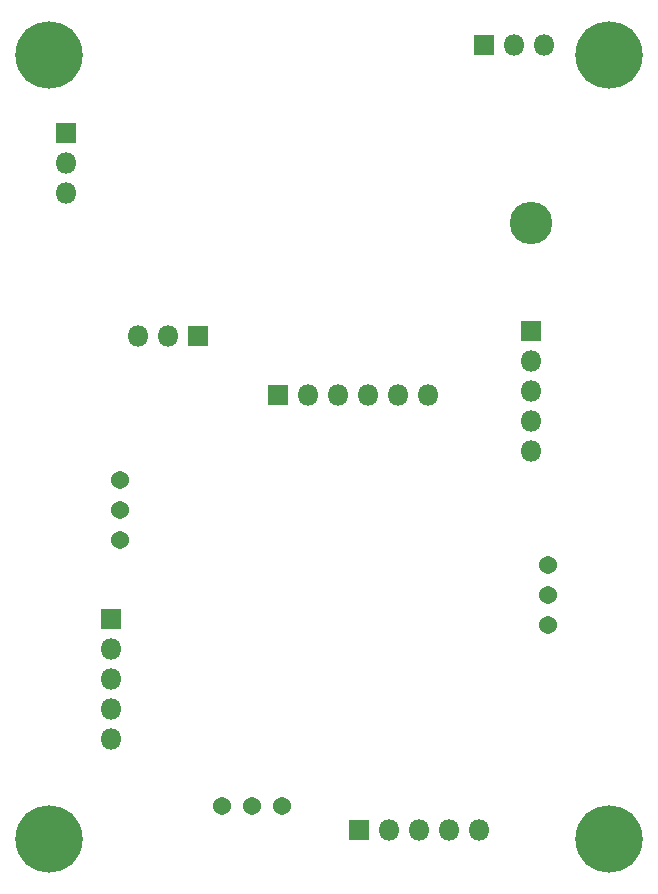
<source format=gbs>
%TF.GenerationSoftware,KiCad,Pcbnew,5.1.6-c6e7f7d~87~ubuntu20.04.1*%
%TF.CreationDate,2020-11-07T15:56:43+00:00*%
%TF.ProjectId,ssi2130_vco,73736932-3133-4305-9f76-636f2e6b6963,1.1*%
%TF.SameCoordinates,Original*%
%TF.FileFunction,Soldermask,Bot*%
%TF.FilePolarity,Negative*%
%FSLAX46Y46*%
G04 Gerber Fmt 4.6, Leading zero omitted, Abs format (unit mm)*
G04 Created by KiCad (PCBNEW 5.1.6-c6e7f7d~87~ubuntu20.04.1) date 2020-11-07 15:56:43*
%MOMM*%
%LPD*%
G01*
G04 APERTURE LIST*
%ADD10C,5.700000*%
%ADD11R,1.800000X1.800000*%
%ADD12O,1.800000X1.800000*%
%ADD13C,1.540000*%
%ADD14C,3.600120*%
G04 APERTURE END LIST*
D10*
%TO.C,REF\u002A\u002A*%
X97200000Y-126400000D03*
%TD*%
%TO.C,REF\u002A\u002A*%
X144600000Y-126400000D03*
%TD*%
%TO.C,REF\u002A\u002A*%
X144600000Y-60000000D03*
%TD*%
%TO.C,REF\u002A\u002A*%
X97200000Y-60000000D03*
%TD*%
D11*
%TO.C,J2*%
X102400000Y-107800000D03*
D12*
X102400000Y-110340000D03*
X102400000Y-112880000D03*
X102400000Y-115420000D03*
X102400000Y-117960000D03*
%TD*%
D11*
%TO.C,J3*%
X123400000Y-125600000D03*
D12*
X125940000Y-125600000D03*
X128480000Y-125600000D03*
X131020000Y-125600000D03*
X133560000Y-125600000D03*
%TD*%
%TO.C,J4*%
X138000000Y-93560000D03*
X138000000Y-91020000D03*
X138000000Y-88480000D03*
X138000000Y-85940000D03*
D11*
X138000000Y-83400000D03*
%TD*%
D12*
%TO.C,J5*%
X129300000Y-88800000D03*
X126760000Y-88800000D03*
X124220000Y-88800000D03*
X121680000Y-88800000D03*
X119140000Y-88800000D03*
D11*
X116600000Y-88800000D03*
%TD*%
%TO.C,J1*%
X98600000Y-66600000D03*
D12*
X98600000Y-69140000D03*
X98600000Y-71680000D03*
%TD*%
%TO.C,J6*%
X139080000Y-59200000D03*
X136540000Y-59200000D03*
D11*
X134000000Y-59200000D03*
%TD*%
D13*
%TO.C,RV1*%
X103200000Y-101080000D03*
X103200000Y-98540000D03*
X103200000Y-96000000D03*
%TD*%
%TO.C,RV2*%
X139400000Y-103200000D03*
X139400000Y-105740000D03*
X139400000Y-108280000D03*
%TD*%
%TO.C,RV3*%
X116940000Y-123600000D03*
X114400000Y-123600000D03*
X111860000Y-123600000D03*
%TD*%
D12*
%TO.C,J7*%
X104720000Y-83800000D03*
X107260000Y-83800000D03*
D11*
X109800000Y-83800000D03*
%TD*%
D14*
%TO.C,TP1*%
X138000000Y-74200000D03*
%TD*%
M02*

</source>
